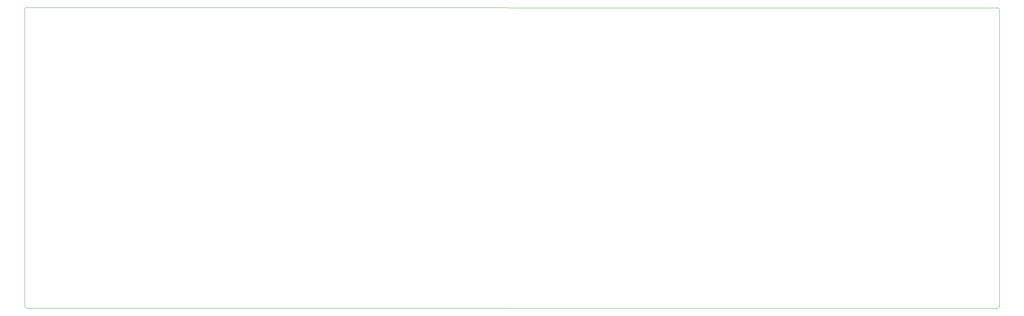
<source format=gbr>
%TF.GenerationSoftware,KiCad,Pcbnew,(5.1.9)-1*%
%TF.CreationDate,2023-01-30T16:09:17-06:00*%
%TF.ProjectId,Motherboard_2023,4d6f7468-6572-4626-9f61-72645f323032,rev?*%
%TF.SameCoordinates,Original*%
%TF.FileFunction,Profile,NP*%
%FSLAX46Y46*%
G04 Gerber Fmt 4.6, Leading zero omitted, Abs format (unit mm)*
G04 Created by KiCad (PCBNEW (5.1.9)-1) date 2023-01-30 16:09:17*
%MOMM*%
%LPD*%
G01*
G04 APERTURE LIST*
%TA.AperFunction,Profile*%
%ADD10C,0.050000*%
%TD*%
G04 APERTURE END LIST*
D10*
X39500000Y-40190000D02*
X39520000Y-113690000D01*
X40020000Y-114190000D02*
G75*
G02*
X39520000Y-113690000I0J500000D01*
G01*
X280520000Y-114280000D02*
X40020000Y-114190000D01*
X281020000Y-113780000D02*
G75*
G02*
X280520000Y-114280000I-500000J0D01*
G01*
X39500000Y-40190000D02*
G75*
G02*
X40000000Y-39690000I500000J0D01*
G01*
X280500000Y-39780000D02*
X40000000Y-39690000D01*
X281000000Y-40280000D02*
X281020000Y-113780000D01*
X280500000Y-39780000D02*
G75*
G02*
X281000000Y-40280000I0J-500000D01*
G01*
M02*

</source>
